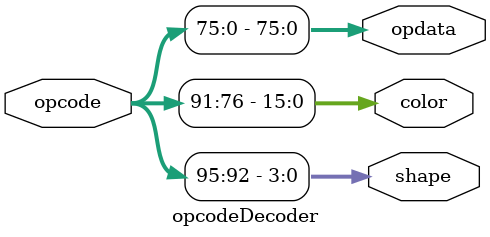
<source format=sv>
module opcodeDecoder
(
input wire [95:0]opcode,
output wire [3:0]shape,
output wire [15:0]color,
output wire [75:0]opdata
);

assign shape = opcode[95:92];
assign color = opcode[91:76];
assign opdata = opcode[75:0];

endmodule

</source>
